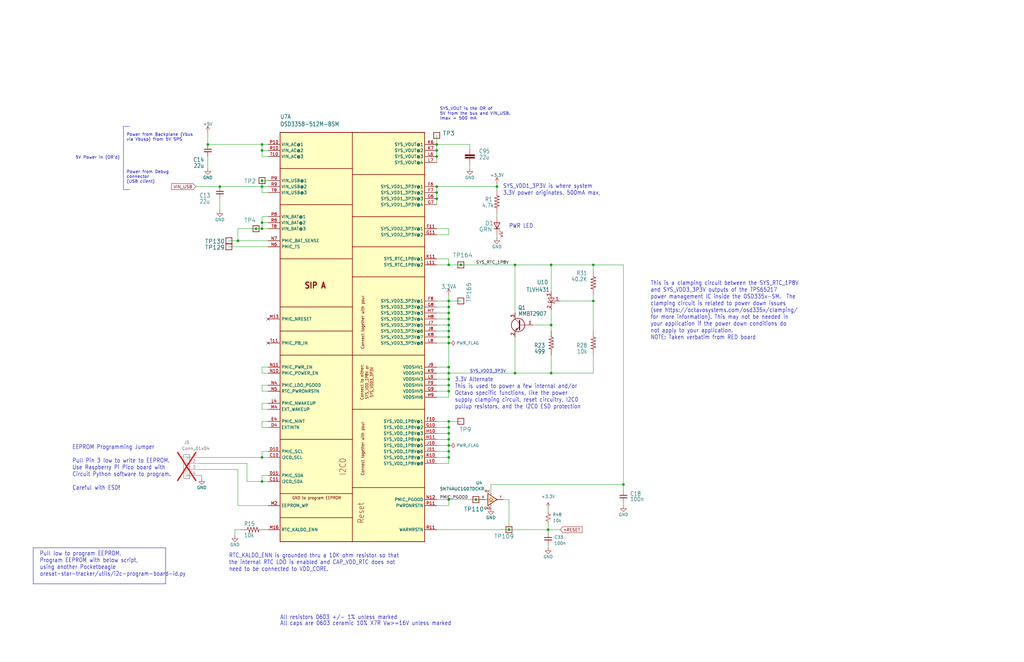
<source format=kicad_sch>
(kicad_sch (version 20250114) (generator "eeschema") (generator_version "9.0")
  (paper "B")
  (title_block (title "Oresat Live Card") (date "2025-09-15") (rev "2.1"))
  (text "Power from Backplane (Vbus\nvia Vbusp) from 5V SPS" (at 53.34 59.69 0) (effects (font (size 1.27 1.27)) (justify left bottom)))
  (text "SYS_VOUT is the OR of \n5V from the bus and VIN_USB.\nImax = 500 mA" (at 185.42 50.8 0) (effects (font (size 1.27 1.27)) (justify left bottom)))
  (text "EEPROM Programming Jumper\n\nPull Pin 3 low to write to EEPROM.\nUse Raspberry Pi Pico board with\nCircuit Python software to program.\n\nCareful with ESD!" (at 30.48 207.01 0) (effects (font (size 1.778 1.5113)) (justify left bottom)))
  (text "PWR LED" (at 214.63 96.52 0) (effects (font (size 1.778 1.5113)) (justify left bottom)))
  (text "5V Power in (OR'd)" (at 31.75 67.31 0) (effects (font (size 1.27 1.27)) (justify left bottom)))
  (text "All resistors 0603 +/- 1% unless marked" (at 118.11 261.62 0) (effects (font (size 1.778 1.5113)) (justify left bottom)))
  (text "All caps are 0603 ceramic 10% X7R Vw>=16V unless marked" (at 118.11 264.16 0) (effects (font (size 1.778 1.5113)) (justify left bottom)))
  (text "RTC_KALDO_ENN is grounded thru a 10K ohm resistor so that\nthe internal RTC LDO is enabled and CAP_VDD_RTC does not\nneed to be connected to VDD_CORE." (at 96.52 241.3 0) (effects (font (size 1.778 1.5113)) (justify left bottom)))
  (text "SYS_VDD1_3P3V is where system\n3.3V power originates, 500mA max," (at 212.09 82.55 0) (effects (font (size 1.778 1.5113)) (justify left bottom)))
  (text "Power from Debug \nconnector\n(USB client)" (at 53.34 77.47 0) (effects (font (size 1.27 1.27)) (justify left bottom)))
  (text "This is a clamping circuit between the SYS_RTC_1P8V\nand SYS_VDD3_3P3V outputs of the TPS65217\npower management IC inside the OSD335x-SM.  The\nclamping circuit is related to power down issues\n(see https://octavosystems.com/osd335x/clamping/\nfor more information). This may not be needed in\nyour application if the power down conditions do\nnot apply to your application.\nNOTE: Taken verbatim from RED board" (at 274.32 143.51 0) (effects (font (size 1.778 1.5113)) (justify left bottom)))
  (text "SYS_VDD3_3P3V" (at 198.12 157.48 0) (effects (font (size 1.27 1.27)) (justify left bottom)))
  (text "3.3V Alternate\nThis is used to power a few internal and/or\nOctavo specific functions, like the power\nsupply clamping circuit, reset circuitry, I2C0\npullup resistors, and the I2C0 ESD protection" (at 191.77 172.72 0) (effects (font (size 1.778 1.5113)) (justify left bottom)))
  (text "Pull low to program EEPROM.\nProgram EEPROM with below script,\nusing another Pocketbeagle\noresat-star-tracker/utils/i2c-program-board-id.py" (at 16.764 243.332 0) (effects (font (size 1.778 1.5113)) (justify left bottom)))
  (junction (at 231.14 223.52))
  (junction (at 250.19 127))
  (junction (at 189.23 137.16))
  (junction (at 189.23 185.42))
  (junction (at 189.23 144.78))
  (junction (at 189.23 132.08))
  (junction (at 189.23 210.82))
  (junction (at 100.33 101.6))
  (junction (at 189.23 160.02))
  (junction (at 189.23 157.48))
  (junction (at 184.15 81.28))
  (junction (at 110.49 193.04))
  (junction (at 110.49 203.2))
  (junction (at 200.66 210.82))
  (junction (at 189.23 187.96))
  (junction (at 232.41 157.48))
  (junction (at 232.41 137.16))
  (junction (at 189.23 127))
  (junction (at 189.23 142.24))
  (junction (at 189.23 193.04))
  (junction (at 189.23 162.56))
  (junction (at 189.23 111.76))
  (junction (at 189.23 139.7))
  (junction (at 184.15 78.74))
  (junction (at 189.23 190.5))
  (junction (at 110.49 96.52))
  (junction (at 214.63 223.52))
  (junction (at 87.63 60.96))
  (junction (at 262.89 204.47))
  (junction (at 189.23 177.8))
  (junction (at 110.49 60.96))
  (junction (at 194.31 111.76))
  (junction (at 217.17 111.76))
  (junction (at 189.23 165.1))
  (junction (at 107.95 96.52))
  (junction (at 110.49 76.2))
  (junction (at 232.41 111.76))
  (junction (at 184.15 66.04))
  (junction (at 189.23 154.94))
  (junction (at 250.19 111.76))
  (junction (at 189.23 134.62))
  (junction (at 217.17 157.48))
  (junction (at 189.23 180.34))
  (junction (at 184.15 60.96))
  (junction (at 184.15 83.82))
  (junction (at 184.15 63.5))
  (junction (at 92.71 78.74))
  (junction (at 189.23 129.54))
  (junction (at 209.55 78.74))
  (junction (at 110.49 78.74))
  (junction (at 189.23 182.88))
  (junction (at 110.49 93.98))
  (junction (at 110.49 63.5))
  (no_connect (at 113.03 134.62))
  (no_connect (at 113.03 144.78))
  (wire (pts (xy 113.03 66.04) (xy 110.49 66.04)))
  (wire (pts (xy 184.15 195.58) (xy 189.23 195.58)))
  (wire (pts (xy 113.03 157.48) (xy 110.49 157.48)))
  (wire (pts (xy 110.49 93.98) (xy 110.49 91.44)))
  (wire (pts (xy 99.06 223.52) (xy 99.06 226.06)))
  (wire (pts (xy 184.15 60.96) (xy 198.12 60.96)))
  (wire (pts (xy 184.15 134.62) (xy 189.23 134.62)))
  (wire (pts (xy 232.41 111.76) (xy 217.17 111.76)))
  (wire (pts (xy 189.23 99.06) (xy 189.23 96.52)))
  (polyline (pts (xy 54.61 53.34) (xy 52.07 53.34)))
  (wire (pts (xy 232.41 130.81) (xy 232.41 137.16)))
  (wire (pts (xy 87.63 66.04) (xy 87.63 71.12)))
  (wire (pts (xy 232.41 137.16) (xy 232.41 139.7)))
  (wire (pts (xy 110.49 170.18) (xy 110.49 172.72)))
  (wire (pts (xy 96.52 104.14) (xy 113.03 104.14)))
  (wire (pts (xy 198.12 71.12) (xy 198.12 69.85)))
  (wire (pts (xy 189.23 111.76) (xy 194.31 111.76)))
  (wire (pts (xy 83.82 195.58) (xy 104.14 195.58)))
  (wire (pts (xy 189.23 165.1) (xy 189.23 162.56)))
  (wire (pts (xy 189.23 167.64) (xy 189.23 165.1)))
  (wire (pts (xy 100.33 96.52) (xy 100.33 101.6)))
  (wire (pts (xy 110.49 91.44) (xy 113.03 91.44)))
  (wire (pts (xy 189.23 111.76) (xy 189.23 109.22)))
  (wire (pts (xy 189.23 127) (xy 194.31 127)))
  (wire (pts (xy 236.22 127) (xy 250.19 127)))
  (wire (pts (xy 194.31 111.76) (xy 217.17 111.76)))
  (wire (pts (xy 231.14 229.87) (xy 231.14 231.14)))
  (wire (pts (xy 184.15 157.48) (xy 189.23 157.48)))
  (wire (pts (xy 189.23 182.88) (xy 189.23 180.34)))
  (wire (pts (xy 92.71 83.82) (xy 92.71 88.9)))
  (wire (pts (xy 194.31 177.8) (xy 189.23 177.8)))
  (wire (pts (xy 104.14 203.2) (xy 110.49 203.2)))
  (wire (pts (xy 232.41 157.48) (xy 217.17 157.48)))
  (wire (pts (xy 184.15 165.1) (xy 189.23 165.1)))
  (wire (pts (xy 214.63 223.52) (xy 184.15 223.52)))
  (wire (pts (xy 113.03 170.18) (xy 110.49 170.18)))
  (wire (pts (xy 113.03 203.2) (xy 110.49 203.2)))
  (wire (pts (xy 262.89 111.76) (xy 250.19 111.76)))
  (wire (pts (xy 214.63 210.82) (xy 212.09 210.82)))
  (wire (pts (xy 110.49 60.96) (xy 87.63 60.96)))
  (wire (pts (xy 184.15 127) (xy 189.23 127)))
  (wire (pts (xy 207.01 213.36) (xy 207.01 214.63)))
  (wire (pts (xy 231.14 214.63) (xy 231.14 215.9)))
  (wire (pts (xy 207.01 204.47) (xy 207.01 208.28)))
  (wire (pts (xy 87.63 55.88) (xy 87.63 60.96)))
  (wire (pts (xy 110.49 96.52) (xy 110.49 93.98)))
  (wire (pts (xy 231.14 220.98) (xy 231.14 223.52)))
  (wire (pts (xy 110.49 60.96) (xy 113.03 60.96)))
  (wire (pts (xy 83.82 193.04) (xy 110.49 193.04)))
  (wire (pts (xy 224.79 137.16) (xy 232.41 137.16)))
  (wire (pts (xy 107.95 96.52) (xy 100.33 96.52)))
  (wire (pts (xy 184.15 111.76) (xy 189.23 111.76)))
  (wire (pts (xy 113.03 180.34) (xy 110.49 180.34)))
  (wire (pts (xy 184.15 167.64) (xy 189.23 167.64)))
  (wire (pts (xy 184.15 63.5) (xy 184.15 66.04)))
  (wire (pts (xy 92.71 78.74) (xy 82.55 78.74)))
  (wire (pts (xy 113.03 63.5) (xy 110.49 63.5)))
  (wire (pts (xy 113.03 154.94) (xy 110.49 154.94)))
  (polyline (pts (xy 52.07 80.01) (xy 54.61 80.01)))
  (wire (pts (xy 113.03 172.72) (xy 110.49 172.72)))
  (wire (pts (xy 184.15 83.82) (xy 184.15 86.36)))
  (wire (pts (xy 184.15 210.82) (xy 189.23 210.82)))
  (wire (pts (xy 110.49 190.5) (xy 110.49 193.04)))
  (wire (pts (xy 262.89 204.47) (xy 207.01 204.47)))
  (wire (pts (xy 184.15 142.24) (xy 189.23 142.24)))
  (wire (pts (xy 104.14 195.58) (xy 104.14 203.2)))
  (wire (pts (xy 217.17 157.48) (xy 217.17 142.24)))
  (wire (pts (xy 189.23 96.52) (xy 184.15 96.52)))
  (wire (pts (xy 189.23 109.22) (xy 184.15 109.22)))
  (wire (pts (xy 184.15 57.15) (xy 184.15 60.96)))
  (wire (pts (xy 100.33 198.12) (xy 100.33 213.36)))
  (wire (pts (xy 262.89 212.09) (xy 262.89 213.36)))
  (wire (pts (xy 250.19 139.7) (xy 250.19 127)))
  (wire (pts (xy 198.12 62.23) (xy 198.12 60.96)))
  (wire (pts (xy 189.23 210.82) (xy 200.66 210.82)))
  (wire (pts (xy 189.23 213.36) (xy 189.23 210.82)))
  (wire (pts (xy 217.17 132.08) (xy 217.17 111.76)))
  (wire (pts (xy 184.15 81.28) (xy 184.15 83.82)))
  (wire (pts (xy 189.23 134.62) (xy 189.23 132.08)))
  (wire (pts (xy 113.03 223.52) (xy 111.76 223.52)))
  (wire (pts (xy 110.49 66.04) (xy 110.49 63.5)))
  (wire (pts (xy 189.23 144.78) (xy 189.23 142.24)))
  (wire (pts (xy 184.15 177.8) (xy 189.23 177.8)))
  (wire (pts (xy 189.23 180.34) (xy 189.23 177.8)))
  (wire (pts (xy 184.15 66.04) (xy 184.15 68.58)))
  (polyline (pts (xy 52.07 53.34) (xy 52.07 80.01)))
  (wire (pts (xy 110.49 63.5) (xy 110.49 60.96)))
  (polyline (pts (xy 13.97 231.14) (xy 13.97 246.38)))
  (wire (pts (xy 184.15 132.08) (xy 189.23 132.08)))
  (wire (pts (xy 113.03 81.28) (xy 110.49 81.28)))
  (wire (pts (xy 184.15 60.96) (xy 184.15 63.5)))
  (wire (pts (xy 110.49 78.74) (xy 92.71 78.74)))
  (wire (pts (xy 184.15 144.78) (xy 189.23 144.78)))
  (wire (pts (xy 189.23 157.48) (xy 217.17 157.48)))
  (wire (pts (xy 189.23 142.24) (xy 189.23 139.7)))
  (wire (pts (xy 113.03 193.04) (xy 110.49 193.04)))
  (wire (pts (xy 250.19 127) (xy 250.19 124.46)))
  (wire (pts (xy 184.15 193.04) (xy 189.23 193.04)))
  (wire (pts (xy 189.23 157.48) (xy 189.23 154.94)))
  (wire (pts (xy 184.15 185.42) (xy 189.23 185.42)))
  (wire (pts (xy 262.89 111.76) (xy 262.89 204.47)))
  (wire (pts (xy 110.49 200.66) (xy 110.49 203.2)))
  (wire (pts (xy 209.55 77.47) (xy 209.55 78.74)))
  (wire (pts (xy 184.15 129.54) (xy 189.23 129.54)))
  (wire (pts (xy 110.49 96.52) (xy 107.95 96.52)))
  (wire (pts (xy 189.23 129.54) (xy 189.23 127)))
  (polyline (pts (xy 13.97 246.38) (xy 69.85 246.38)))
  (wire (pts (xy 250.19 111.76) (xy 250.19 114.3)))
  (wire (pts (xy 100.33 213.36) (xy 113.03 213.36)))
  (wire (pts (xy 189.23 162.56) (xy 189.23 160.02)))
  (wire (pts (xy 100.33 101.6) (xy 113.03 101.6)))
  (wire (pts (xy 110.49 162.56) (xy 110.49 165.1)))
  (wire (pts (xy 231.14 224.79) (xy 231.14 223.52)))
  (wire (pts (xy 189.23 132.08) (xy 189.23 129.54)))
  (wire (pts (xy 113.03 162.56) (xy 110.49 162.56)))
  (wire (pts (xy 189.23 124.46) (xy 189.23 127)))
  (wire (pts (xy 232.41 149.86) (xy 232.41 157.48)))
  (wire (pts (xy 189.23 190.5) (xy 189.23 187.96)))
  (wire (pts (xy 113.03 93.98) (xy 110.49 93.98)))
  (wire (pts (xy 113.03 177.8) (xy 110.49 177.8)))
  (wire (pts (xy 184.15 162.56) (xy 189.23 162.56)))
  (wire (pts (xy 250.19 111.76) (xy 232.41 111.76)))
  (wire (pts (xy 209.55 100.33) (xy 209.55 99.06)))
  (wire (pts (xy 184.15 139.7) (xy 189.23 139.7)))
  (wire (pts (xy 110.49 81.28) (xy 110.49 78.74)))
  (wire (pts (xy 214.63 223.52) (xy 231.14 223.52)))
  (wire (pts (xy 113.03 78.74) (xy 110.49 78.74)))
  (wire (pts (xy 209.55 78.74) (xy 209.55 80.01)))
  (wire (pts (xy 189.23 139.7) (xy 189.23 137.16)))
  (wire (pts (xy 189.23 160.02) (xy 189.23 157.48)))
  (wire (pts (xy 101.6 223.52) (xy 99.06 223.52)))
  (wire (pts (xy 209.55 90.17) (xy 209.55 91.44)))
  (wire (pts (xy 189.23 195.58) (xy 189.23 193.04)))
  (wire (pts (xy 110.49 154.94) (xy 110.49 157.48)))
  (wire (pts (xy 189.23 193.04) (xy 189.23 190.5)))
  (wire (pts (xy 96.52 101.6) (xy 100.33 101.6)))
  (wire (pts (xy 184.15 154.94) (xy 189.23 154.94)))
  (wire (pts (xy 214.63 223.52) (xy 214.63 210.82)))
  (wire (pts (xy 184.15 137.16) (xy 189.23 137.16)))
  (wire (pts (xy 110.49 76.2) (xy 113.03 76.2)))
  (wire (pts (xy 231.14 223.52) (xy 236.22 223.52)))
  (wire (pts (xy 189.23 185.42) (xy 189.23 182.88)))
  (wire (pts (xy 83.82 200.66) (xy 85.09 200.66)))
  (wire (pts (xy 110.49 177.8) (xy 110.49 180.34)))
  (wire (pts (xy 184.15 182.88) (xy 189.23 182.88)))
  (wire (pts (xy 232.41 157.48) (xy 250.19 157.48)))
  (wire (pts (xy 83.82 198.12) (xy 100.33 198.12)))
  (wire (pts (xy 189.23 187.96) (xy 189.23 185.42)))
  (wire (pts (xy 184.15 190.5) (xy 189.23 190.5)))
  (wire (pts (xy 189.23 137.16) (xy 189.23 134.62)))
  (wire (pts (xy 250.19 157.48) (xy 250.19 149.86)))
  (wire (pts (xy 113.03 165.1) (xy 110.49 165.1)))
  (wire (pts (xy 184.15 180.34) (xy 189.23 180.34)))
  (wire (pts (xy 113.03 200.66) (xy 110.49 200.66)))
  (wire (pts (xy 184.15 78.74) (xy 209.55 78.74)))
  (wire (pts (xy 110.49 78.74) (xy 110.49 76.2)))
  (wire (pts (xy 184.15 187.96) (xy 189.23 187.96)))
  (wire (pts (xy 232.41 111.76) (xy 232.41 123.19)))
  (wire (pts (xy 201.93 210.82) (xy 200.66 210.82)))
  (wire (pts (xy 184.15 213.36) (xy 189.23 213.36)))
  (polyline (pts (xy 69.85 231.14) (xy 13.97 231.14)))
  (wire (pts (xy 184.15 99.06) (xy 189.23 99.06)))
  (wire (pts (xy 189.23 154.94) (xy 189.23 144.78)))
  (wire (pts (xy 85.09 200.66) (xy 85.09 201.93)))
  (wire (pts (xy 113.03 190.5) (xy 110.49 190.5)))
  (polyline (pts (xy 69.85 246.38) (xy 69.85 231.14)))
  (wire (pts (xy 262.89 204.47) (xy 262.89 207.01)))
  (wire (pts (xy 184.15 78.74) (xy 184.15 81.28)))
  (wire (pts (xy 184.15 160.02) (xy 189.23 160.02)))
  (wire (pts (xy 113.03 96.52) (xy 110.49 96.52)))
  (label "SYS_RTC_1P8V" (at 200.66 111.76 0))
  (label "PMIC_PGOOD" (at 185.42 210.82 0) (effects (font (size 1.2446 1.2446))))
  (global_label "VIN_USB" (shape input) (at 82.55 78.74 180) (property "Intersheetrefs" "${INTERSHEET_REFS}" (at 71.7633 78.74 0) (effects (font (size 1.2446 1.2446)) (justify right))))
  (global_label "nRESET" (shape input) (at 236.22 223.52 0) (property "Intersheetrefs" "${INTERSHEET_REFS}" (at 246.0993 223.52 0) (effects (font (size 1.2446 1.2446)) (justify left))))
  (symbol (lib_id "power:+5V") (at 87.63 55.88 0) (unit 1)
    (property "Reference" "#PWR0173" (effects (hide yes)))
    (property "Value" "+5V" (at 87.63 52.324 0))
    (property "Description" "Power symbol creates a global label with name \"+5V\"" (effects (hide yes)))
  )
  (symbol (lib_id "oresat-misc:Test-Point-1mm-round") (at 96.52 104.14 90) (unit 1)
    (property "Reference" "TP129" (at 86.36 105.41 90) (effects (font (size 1.778 1.778)) (justify right top)))
    (property "Value" "TEST-POINT3X4" (effects (hide yes)))
    (property "Footprint" "oresat-misc:TestPoint_Pad_D1.0mm" (effects (hide yes)))
  )
  (symbol (lib_id "power:GND") (at 85.09 201.93 0) (unit 1)
    (property "Reference" "#PWR0128" (effects (hide yes)))
    (property "Value" "GND" (at 85.09 205.74 0))
    (property "Description" "Power symbol creates a global label with name \"GND\" , ground" (effects (hide yes)))
  )
  (symbol (lib_id "Device:C_Small") (at 87.63 63.5 0) (unit 1)
    (property "Reference" "C14" (at 86.106 66.421 0) (effects (font (size 1.778 1.5113)) (justify right top)))
    (property "Value" "22u" (at 86.106 68.961 0) (effects (font (size 1.778 1.5113)) (justify right top)))
    (property "Footprint" "Capacitor_SMD:C_1210_3225Metric" (effects (hide yes)))
    (property "Description" "CAP CER 22UF 16V X7R 1210" (effects (hide yes)))
    (property "MPN" "CGA6P1X7R1C226M250AC " (effects (hide yes)))
    (property "DPN" "445-5723-1-ND " (effects (hide yes)))
    (property "MFR" "TDK Corporation " (effects (hide yes)))
    (property "DIS" "DigiKey" (effects (hide yes)))
  )
  (symbol (lib_id "power:PWR_FLAG") (at 189.23 144.78 270) (unit 1)
    (property "Reference" "#FLG07" (effects (hide yes)))
    (property "Value" "PWR_FLAG" (at 192.405 144.78 90) (effects (justify left)))
    (instances (project "oresat-gps-card" (path "" (reference "#FLG02") (unit 1))) (project "oresat-live-card" (path "" (reference "#FLG07") (unit 1))))
  )
  (symbol (lib_id "Device:LED") (at 209.55 95.25 90) (unit 1)
    (property "Reference" "D1" (at 204.47 95.25 90) (effects (font (size 1.778 1.778)) (justify right top)))
    (property "Value" "GRN" (at 201.93 97.79 90) (effects (font (size 1.778 1.778)) (justify right top)))
    (property "Footprint" "oresat-live-card:LED-0603" (effects (hide yes)))
    (property "Description" "Green 525nm LED 3.2V 0603" (effects (hide yes)))
    (property "MPN" "150060GS75020" (effects (hide yes)))
    (property "DPN" "732-150060GS75020CT-ND " (effects (hide yes)))
    (property "MFR" "Würth Elektronik " (effects (hide yes)))
    (property "Sim.Pins" "1=K 2=A" (effects (hide yes)))
    (property "DIS" "DigiKey" (effects (hide yes)))
  )
  (symbol (lib_id "power:+3.3V") (at 231.14 214.63 0) (unit 1)
    (property "Reference" "#PWR0165" (effects (hide yes)))
    (property "Value" "+3.3V" (at 231.14 209.55 0))
    (property "Description" "Power symbol creates a global label with name \"+3.3V\"" (effects (hide yes)))
    (instances (project "oresat-gps-card" (path "" (reference "#3V01") (unit 1))) (project "oresat-live-card" (path "" (reference "#PWR0165") (unit 1))))
  )
  (symbol (lib_id "oresat-misc:Test-Point-1mm-round") (at 110.49 76.2 90) (unit 1)
    (property "Reference" "TP2" (at 102.87 77.47 90) (effects (font (size 1.778 1.778)) (justify right top)))
    (property "Value" "TEST-POINT3X4" (effects (hide yes)))
    (property "Footprint" "oresat-misc:TestPoint_Pad_D1.0mm" (effects (hide yes)))
  )
  (symbol (lib_id "Connector_Generic:Conn_01x04") (at 78.74 195.58 0) (mirror y) (unit 1) (dnp yes)
    (property "Reference" "J5" (at 78.74 186.69 0))
    (property "Value" "Conn_01x04" (at 82.55 189.23 0))
    (property "Footprint" "Connector_PinHeader_2.54mm:PinHeader_1x04_P2.54mm_Vertical" (effects (hide yes)))
    (property "Description" "Generic connector, single row, 01x04, script generated (kicad-library-utils/schlib/autogen/connector/)" (effects (hide yes)))
  )
  (symbol (lib_id "Device:C_Small") (at 231.14 227.33 0) (unit 1)
    (property "Reference" "C41" (at 233.68 226.7013 0) (effects (justify left)))
    (property "Value" "100n" (at 233.68 229.2413 0) (effects (justify left)))
    (property "Footprint" "Resistor_SMD:R_0603_1608Metric" (effects (hide yes)))
    (property "Description" "CAP CER 0.1UF 25V X7R 0603" (effects (hide yes)))
    (property "DPN" "445-5667-1-ND " (effects (hide yes)))
    (property "MFR" "TDK Corporation " (effects (hide yes)))
    (property "MPN" "CGA3E2X7R1E104K080AA " (effects (hide yes)))
    (property "DIS" "DigiKey" (effects (hide yes)))
    (instances (project "oresat-gps-card" (path "" (reference "C33") (unit 1))) (project "oresat-live-card" (path "" (reference "C41") (unit 1))))
  )
  (symbol (lib_id "power:GND") (at 207.01 214.63 0) (unit 1)
    (property "Reference" "#PWR78" (effects (hide yes)))
    (property "Value" "GND" (at 207.01 218.44 0))
    (property "Description" "Power symbol creates a global label with name \"GND\" , ground" (effects (hide yes)))
  )
  (symbol (lib_id "power:+3.3VA") (at 189.23 124.46 0) (unit 1)
    (property "Reference" "#3V3A02" (effects (hide yes)))
    (property "Value" "3.3VA" (at 189.23 121.92 0) (effects (font (size 1.778 1.5113)) (justify bottom)))
    (property "Description" "Power symbol creates a global label with name \"+3.3VA\"" (effects (hide yes)))
  )
  (symbol (lib_id "oresat-ics:OSD3358-512M-BSM") (at 148.59 139.7 0) (unit 1)
    (property "Reference" "U7" (at 118.11 48.26 0) (effects (font (size 1.778 1.5113)) (justify left top)))
    (property "Value" "OSD3358-512M-BSM" (at 118.11 53.34 0) (effects (font (size 1.778 1.5113)) (justify left bottom)))
    (property "Footprint" "oresat-ics:U-Octavo-OSD335X-BGA-256" (effects (hide yes)))
    (property "Description" "OSD335x Embedded Module 1GHz 512MB" (effects (hide yes)))
    (property "MPN" "OSD3358-512M-BSM" (effects (hide yes)))
    (property "DPN" "1676-1002-ND " (effects (hide yes)))
    (property "MFR" "Octavo Systems " (effects (hide yes)))
    (property "DIS" "DigiKey" (effects (hide yes)))
  )
  (symbol (lib_id "oresat-passives:R-US") (at 106.68 223.52 0) (unit 1)
    (property "Reference" "R15" (at 102.87 222.0214 0) (effects (font (size 1.778 1.5113)) (justify left bottom)))
    (property "Value" "10k" (at 102.87 226.822 0) (effects (font (size 1.778 1.5113)) (justify left bottom)))
    (property "Footprint" "Resistor_SMD:R_0603_1608Metric" (effects (hide yes)))
    (property "Description" "RES SMD 10K OHM 1% 1/10W 0603" (effects (hide yes)))
    (property "MPN" "ERJ-3EKF1002V" (effects (hide yes)))
    (property "DPN" "P10.0KHCT-ND " (effects (hide yes)))
    (property "MFR" "Panasonic " (effects (hide yes)))
    (property "DIS" "DigiKey" (effects (hide yes)))
  )
  (symbol (lib_id "oresat-passives:R-US") (at 209.55 85.09 270) (unit 1)
    (property "Reference" "R1" (at 204.47 85.09 90) (effects (font (size 1.778 1.5113)) (justify left bottom)))
    (property "Value" "4.7k" (at 203.2 87.63 90) (effects (font (size 1.778 1.5113)) (justify left bottom)))
    (property "Footprint" "Resistor_SMD:R_0603_1608Metric" (effects (hide yes)))
    (property "Description" "RES SMD 4.7K OHM 1% 1/10W 0603" (effects (hide yes)))
    (property "MPN" "ERJ-3EKF4701V" (effects (hide yes)))
    (property "DPN" "ERJ-3EKF4701V" (effects (hide yes)))
    (property "MFR" "Panasonic " (effects (hide yes)))
    (property "DIS" "DigiKey" (effects (hide yes)))
  )
  (symbol (lib_id "Device:C_Small") (at 262.89 209.55 0) (unit 1)
    (property "Reference" "C18" (at 265.684 209.296 0) (effects (font (size 1.778 1.5113)) (justify left bottom)))
    (property "Value" "100n" (at 265.684 211.582 0) (effects (font (size 1.778 1.5113)) (justify left bottom)))
    (property "Footprint" "Resistor_SMD:R_0603_1608Metric" (effects (hide yes)))
    (property "Description" "CAP CER 0.1UF 25V X7R 0603" (effects (hide yes)))
    (property "MPN" "CGA3E2X7R1E104K080AA " (effects (hide yes)))
    (property "DPN" "445-5667-1-ND " (effects (hide yes)))
    (property "MFR" "TDK Corporation " (effects (hide yes)))
    (property "DIS" "DigiKey" (effects (hide yes)))
  )
  (symbol (lib_id "power:PWR_FLAG") (at 189.23 187.96 270) (unit 1)
    (property "Reference" "#FLG08" (effects (hide yes)))
    (property "Value" "PWR_FLAG" (at 192.405 187.96 90) (effects (justify left)))
    (instances (project "oresat-gps-card" (path "" (reference "#FLG02") (unit 1))) (project "oresat-live-card" (path "" (reference "#FLG08") (unit 1))))
  )
  (symbol (lib_id "power:GND") (at 231.14 231.14 0) (unit 1)
    (property "Reference" "#PWR80" (effects (hide yes)))
    (property "Value" "GND" (at 231.14 234.95 0))
    (property "Description" "Power symbol creates a global label with name \"GND\" , ground" (effects (hide yes)))
  )
  (symbol (lib_id "power:+3.3V") (at 209.55 77.47 0) (unit 1)
    (property "Reference" "#PWR0164" (effects (hide yes)))
    (property "Value" "+3.3V" (at 209.55 73.914 0))
    (property "Description" "Power symbol creates a global label with name \"+3.3V\"" (effects (hide yes)))
  )
  (symbol (lib_id "oresat-misc:Test-Point-1mm-round") (at 107.95 96.52 90) (unit 1)
    (property "Reference" "TP4" (at 102.87 93.98 90) (effects (font (size 1.778 1.778)) (justify right top)))
    (property "Value" "TEST-POINT3X4" (effects (hide yes)))
    (property "Footprint" "oresat-misc:TestPoint_Pad_D1.0mm" (effects (hide yes)))
  )
  (symbol (lib_id "Device:R_Small_US") (at 231.14 218.44 180) (unit 1)
    (property "Reference" "R74" (at 234.95 217.17 0))
    (property "Value" "10k" (at 234.95 219.71 0))
    (property "Footprint" "Resistor_SMD:R_0603_1608Metric" (effects (hide yes)))
    (property "Description" "RES SMD 10K OHM 1% 1/10W 0603" (effects (hide yes)))
    (property "DPN" "P10.0KHCT-ND " (effects (hide yes)))
    (property "MFR" "Panasonic " (effects (hide yes)))
    (property "MPN" "ERJ-3EKF1002V" (effects (hide yes)))
    (property "DIS" "DigiKey" (effects (hide yes)))
    (instances (project "oresat-gps-card" (path "" (reference "R48") (unit 1))) (project "oresat-live-card" (path "" (reference "R74") (unit 1))))
  )
  (symbol (lib_id "oresat-ics:SN74LVC1G07DCK") (at 207.01 210.82 0) (unit 1)
    (property "Reference" "U4" (at 200.66 204.47 0) (effects (justify left bottom)))
    (property "Value" "SN74AUC1G07DCKR" (at 185.42 207.01 0) (effects (justify left bottom)))
    (property "Footprint" "oresat-live-card:C70(TI-DCK)" (effects (hide yes)))
    (property "Description" "IC BUFF NON-INVERT 2.7V SC-70-5" (effects (hide yes)))
    (property "MPN" "SN74AUC1G07DCKR " (effects (hide yes)))
    (property "DPN" "296-12464-1-ND " (effects (hide yes)))
    (property "MFR" "Texas Instruments " (effects (hide yes)))
    (property "DIS" "DigiKey" (effects (hide yes)))
  )
  (symbol (lib_id "Transistor_BJT:Q_PNP_BEC") (at 219.71 137.16 0) (mirror y) (unit 1)
    (property "Reference" "Q1" (at 218.44 130.81 0) (effects (font (size 1.778 1.5113)) (justify right bottom)))
    (property "Value" "MMBT2907" (at 218.44 133.35 0) (effects (font (size 1.778 1.5113)) (justify right bottom)))
    (property "Footprint" "Package_TO_SOT_SMD:SOT-23" (effects (hide yes)))
    (property "Datasheet" "https://assets.nexperia.com/documents/data-sheet/PMBT2907A.pdf" (effects (hide yes)))
    (property "Description" "Bipolar (BJT) Transistor PNP 60 V 600 mA 200MHz 250 mW Surface Mount TO-236AB" (effects (hide yes)))
    (property "DIS" "DigiKey" (effects (hide yes)))
    (property "DPN" "1727-1884-1-ND" (effects (hide yes)))
    (property "MFR" "Nexperia" (effects (hide yes)))
    (property "MPN" "PMBT2907A,235" (effects (hide yes)))
  )
  (symbol (lib_id "power:GND") (at 209.55 100.33 0) (unit 1)
    (property "Reference" "#PWR75" (effects (hide yes)))
    (property "Value" "GND" (at 209.55 104.14 0))
    (property "Description" "Power symbol creates a global label with name \"GND\" , ground" (effects (hide yes)))
  )
  (symbol (lib_id "power:GND") (at 99.06 226.06 0) (unit 1)
    (property "Reference" "#PWR0187" (effects (hide yes)))
    (property "Value" "GND" (at 99.06 229.87 0))
    (property "Description" "Power symbol creates a global label with name \"GND\" , ground" (effects (hide yes)))
  )
  (symbol (lib_id "power:GND") (at 87.63 71.12 0) (unit 1)
    (property "Reference" "#PWR73" (effects (hide yes)))
    (property "Value" "GND" (at 87.63 74.93 0))
    (property "Description" "Power symbol creates a global label with name \"GND\" , ground" (effects (hide yes)))
  )
  (symbol (lib_id "oresat-misc:Test-Point-1mm-round") (at 96.52 101.6 90) (unit 1)
    (property "Reference" "TP130" (at 86.36 102.87 90) (effects (font (size 1.778 1.778)) (justify right top)))
    (property "Value" "TEST-POINT3X4" (effects (hide yes)))
    (property "Footprint" "oresat-misc:TestPoint_Pad_D1.0mm" (effects (hide yes)))
  )
  (symbol (lib_id "oresat-misc:Test-Point-1mm-round") (at 184.15 57.15 90) (unit 1)
    (property "Reference" "TP3" (at 191.77 55.245 90) (effects (font (size 1.778 1.778)) (justify left bottom)))
    (property "Value" "TEST-POINT3X4" (effects (hide yes)))
    (property "Footprint" "oresat-misc:TestPoint_Pad_D1.0mm" (effects (hide yes)))
  )
  (symbol (lib_id "oresat-passives:R-US") (at 250.19 144.78 270) (unit 1)
    (property "Reference" "R28" (at 247.65 144.78 90) (effects (font (size 1.778 1.5113)) (justify right top)))
    (property "Value" "10k" (at 247.65 147.32 90) (effects (font (size 1.778 1.5113)) (justify right top)))
    (property "Footprint" "Resistor_SMD:R_0603_1608Metric" (effects (hide yes)))
    (property "Description" "RES SMD 10K OHM 1% 1/10W 0603" (effects (hide yes)))
    (property "MPN" "ERJ-3EKF1002V" (effects (hide yes)))
    (property "DPN" "P10.0KHCT-ND " (effects (hide yes)))
    (property "MFR" "Panasonic " (effects (hide yes)))
    (property "DIS" "DigiKey" (effects (hide yes)))
  )
  (symbol (lib_id "oresat-passives:R-US") (at 250.19 119.38 270) (unit 1)
    (property "Reference" "R31" (at 247.65 114.3 90) (effects (font (size 1.778 1.5113)) (justify right top)))
    (property "Value" "40.2K" (at 247.65 116.84 90) (effects (font (size 1.778 1.5113)) (justify right top)))
    (property "Footprint" "Resistor_SMD:R_0603_1608Metric" (effects (hide yes)))
    (property "Description" "RES SMD 40.2K OHM 1% 1/10W 0603" (effects (hide yes)))
    (property "MPN" "ERJ-3EKF4022V" (effects (hide yes)))
    (property "DPN" "P40.2KHCT-ND " (effects (hide yes)))
    (property "MFR" "Panasonic " (effects (hide yes)))
    (property "DIS" "DigiKey" (effects (hide yes)))
  )
  (symbol (lib_id "power:GND") (at 92.71 88.9 0) (unit 1)
    (property "Reference" "#PWR74" (effects (hide yes)))
    (property "Value" "GND" (at 92.71 92.71 0))
    (property "Description" "Power symbol creates a global label with name \"GND\" , ground" (effects (hide yes)))
  )
  (symbol (lib_id "oresat-ics:TLVH431") (at 232.41 125.73 270) (unit 1)
    (property "Reference" "U10" (at 231.14 118.11 90) (effects (font (size 1.778 1.5113)) (justify right top)))
    (property "Value" "TLVH431" (at 231.775 121.285 90) (effects (font (size 1.778 1.5113)) (justify right top)))
    (property "Footprint" "oresat-live-card:SOT23-3" (effects (hide yes)))
    (property "Description" "IC VREF SHUNT ADJ 0.5% SOT23-3" (effects (hide yes)))
    (property "MPN" "TLVH431BQDBZRQ1 " (effects (hide yes)))
    (property "DPN" "296-36778-1-ND " (effects (hide yes)))
    (property "MFR" "Texas Instruments " (effects (hide yes)))
    (property "DIS" "DigiKey" (effects (hide yes)))
  )
  (symbol (lib_id "power:GND") (at 262.89 213.36 0) (unit 1)
    (property "Reference" "#PWR79" (effects (hide yes)))
    (property "Value" "GND" (at 262.89 217.17 0))
    (property "Description" "Power symbol creates a global label with name \"GND\" , ground" (effects (hide yes)))
  )
  (symbol (lib_id "oresat-misc:Test-Point-1mm-round") (at 194.31 127 90) (unit 1)
    (property "Reference" "TP165" (at 198.755 127.635 0) (effects (font (size 1.778 1.778)) (justify left bottom)))
    (property "Value" "TEST-POINT3X4" (effects (hide yes)))
    (property "Footprint" "oresat-misc:TestPoint_Pad_D1.0mm" (effects (hide yes)))
  )
  (symbol (lib_id "Device:C_Small") (at 92.71 81.28 0) (unit 1)
    (property "Reference" "C13" (at 84.074 83.439 0) (effects (font (size 1.778 1.5113)) (justify left bottom)))
    (property "Value" "22u" (at 84.074 85.979 0) (effects (font (size 1.778 1.5113)) (justify left bottom)))
    (property "Footprint" "Capacitor_SMD:C_1210_3225Metric" (effects (hide yes)))
    (property "Description" "CAP CER 22UF 16V X7R 1210" (effects (hide yes)))
    (property "MPN" "CGA6P1X7R1C226M250AC " (effects (hide yes)))
    (property "DPN" "445-5723-1-ND " (effects (hide yes)))
    (property "MFR" "TDK Corporation " (effects (hide yes)))
    (property "DIS" "DigiKey" (effects (hide yes)))
  )
  (symbol (lib_id "oresat-misc:Test-Point-1mm-round") (at 214.63 223.52 90) (unit 1)
    (property "Reference" "TP109" (at 208.28 227.33 90) (effects (font (size 1.778 1.778)) (justify right top)))
    (property "Value" "TEST-POINT3X4" (effects (hide yes)))
    (property "Footprint" "oresat-misc:TestPoint_Pad_D1.0mm" (effects (hide yes)))
  )
  (symbol (lib_id "oresat-passives:R-US") (at 232.41 144.78 270) (unit 1)
    (property "Reference" "R23" (at 229.87 144.78 90) (effects (font (size 1.778 1.5113)) (justify right top)))
    (property "Value" "499" (at 229.87 147.32 90) (effects (font (size 1.778 1.5113)) (justify right top)))
    (property "Footprint" "Resistor_SMD:R_0603_1608Metric" (effects (hide yes)))
    (property "Description" "RES SMD 499 OHM 1% 1/10W 0603" (effects (hide yes)))
    (property "MPN" "ERJ-3EKF4990V" (effects (hide yes)))
    (property "DPN" "P499HCT-ND " (effects (hide yes)))
    (property "MFR" "Panasonic " (effects (hide yes)))
    (property "DIS" "DigiKey" (effects (hide yes)))
  )
  (symbol (lib_id "power:GND") (at 198.12 71.12 0) (unit 1)
    (property "Reference" "#PWR076" (effects (hide yes)))
    (property "Value" "GND" (at 198.12 74.93 0))
    (property "Description" "Power symbol creates a global label with name \"GND\" , ground" (effects (hide yes)))
  )
  (symbol (lib_id "cfc-card-eagle-import:C-EUC1210") (at 198.12 64.77 0) (mirror y) (unit 1)
    (property "Reference" "C95" (at 201.93 64.77 0) (effects (font (size 1.778 1.5113)) (justify right bottom)))
    (property "Value" "22u" (at 201.93 67.31 0) (effects (font (size 1.778 1.5113)) (justify right bottom)))
    (property "Footprint" "Capacitor_SMD:C_1210_3225Metric" (effects (hide yes)))
    (property "Datasheet" "https://search.murata.co.jp/Ceramy/image/img/A01X/G101/ENG/GCJ188R71H104KA12-02B.pdf" (effects (hide yes)))
    (property "Description" "22 µF ±10% 25V Ceramic Capacitor X7S 1210 (3225 Metric)" (effects (hide yes)))
    (property "DIS" "DigiKey" (effects (hide yes)))
    (property "DPN" "490-GCM32EC71E226KE36KCT-ND" (effects (hide yes)))
    (property "MFR" "Murata Electronics" (effects (hide yes)))
    (property "MPN" "GCM32EC71E226KE36K" (effects (hide yes)))
  )
  (symbol (lib_id "oresat-misc:Test-Point-1mm-round") (at 200.66 210.82 90) (unit 1)
    (property "Reference" "TP110" (at 195.58 215.9 90) (effects (font (size 1.778 1.778)) (justify right top)))
    (property "Value" "TEST-POINT3X4" (effects (hide yes)))
    (property "Footprint" "oresat-misc:TestPoint_Pad_D1.0mm" (effects (hide yes)))
  )
  (symbol (lib_id "oresat-misc:Test-Point-1mm-round") (at 194.31 111.76 90) (unit 1)
    (property "Reference" "TP164" (at 199.39 106.68 90) (effects (font (size 1.778 1.778)) (justify left bottom)))
    (property "Value" "TEST-POINT3X4" (effects (hide yes)))
    (property "Footprint" "oresat-misc:TestPoint_Pad_D1.0mm" (effects (hide yes)))
  )
  (symbol (lib_id "oresat-misc:Test-Point-1mm-round") (at 194.31 177.8 0) (unit 1)
    (property "Reference" "TP9" (at 193.675 182.245 0) (effects (font (size 1.778 1.778)) (justify left bottom)))
    (property "Value" "TEST-POINT3X4" (effects (hide yes)))
    (property "Footprint" "oresat-misc:TestPoint_Pad_D1.0mm" (effects (hide yes)))
  )
)
</source>
